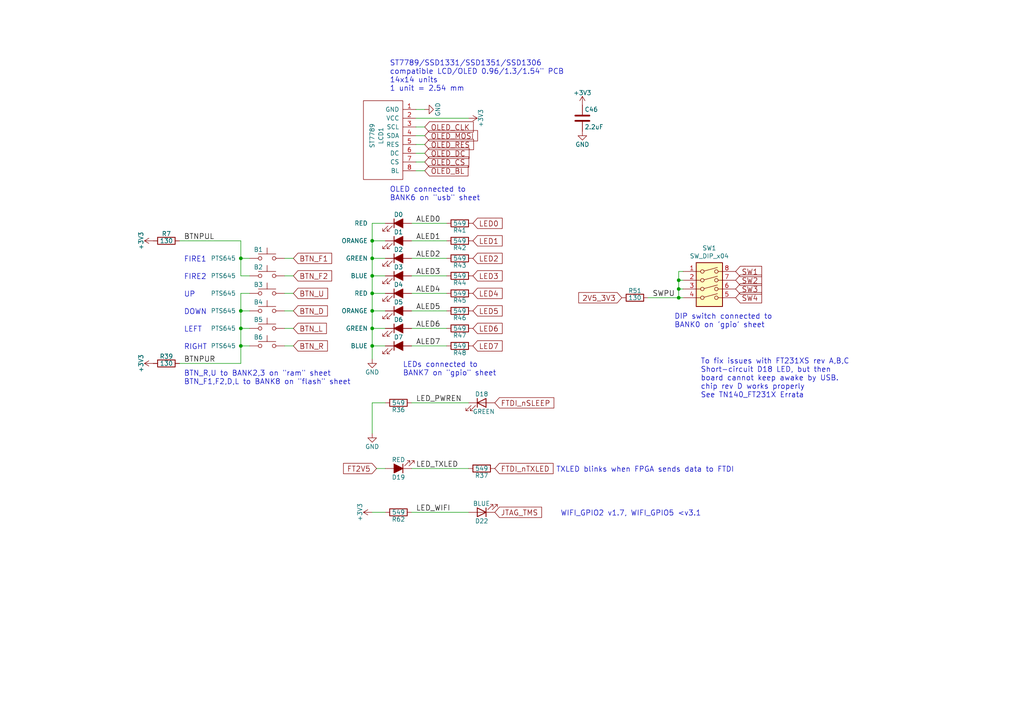
<source format=kicad_sch>
(kicad_sch (version 20211123) (generator eeschema)
  (paper "A4")
  (title_block (title "ULX3S") (rev "1.0.3") (company "EMARD") (comment 1 "Buttons, LEDs, OLED display"))
  (lib_symbols
    (symbol "Device:C" (pin_numbers hide) (pin_names (offset 0.254))
      (property "Reference" "C" (at 0.635 2.54 0))
      (property "Value" "C" (at 0.635 -2.54 0))
      (symbol "C_0_1"
        (polyline (pts (xy -2.032 -0.762) (xy 2.032 -0.762)) (stroke (width 0.508)))
        (polyline (pts (xy -2.032 0.762) (xy 2.032 0.762)) (stroke (width 0.508)))
      )
      (symbol "C_1_1"
        (pin passive line (at 0 3.81 270) (length 2.794) (name "~") (number "1"))
        (pin passive line (at 0 -3.81 90) (length 2.794) (name "~") (number "2"))
      )
    )
    (symbol "Device:LED" (pin_numbers hide) (pin_names (offset 1.016) hide)
      (property "Reference" "D" (at 0 2.54 0))
      (property "Value" "LED" (at 0 -2.54 0))
      (symbol "LED_0_1"
        (polyline (pts (xy -1.27 -1.27) (xy -1.27 1.27)) (stroke (width 0.254)))
        (polyline (pts (xy -1.27 0) (xy 1.27 0)))
        (polyline (pts (xy 1.27 -1.27) (xy 1.27 1.27) (xy -1.27 0) (xy 1.27 -1.27)) (stroke (width 0.254)))
        (polyline (pts (xy -3.048 -0.762) (xy -4.572 -2.286) (xy -3.81 -2.286) (xy -4.572 -2.286) (xy -4.572 -1.524)))
        (polyline (pts (xy -1.778 -0.762) (xy -3.302 -2.286) (xy -2.54 -2.286) (xy -3.302 -2.286) (xy -3.302 -1.524)))
      )
      (symbol "LED_1_1"
        (pin passive line (at -3.81 0 0) (length 2.54) (name "K") (number "1"))
        (pin passive line (at 3.81 0 180) (length 2.54) (name "A") (number "2"))
      )
    )
    (symbol "Device:R" (pin_numbers hide) (pin_names (offset 0))
      (property "Reference" "R" (at 2.032 0 90))
      (property "Value" "R" (at 0 0 90))
      (symbol "R_0_1"
        (rectangle (start -1.016 -2.54) (end 1.016 2.54) (stroke (width 0.254)))
      )
      (symbol "R_1_1"
        (pin passive line (at 0 3.81 270) (length 1.27) (name "~") (number "1"))
        (pin passive line (at 0 -3.81 90) (length 1.27) (name "~") (number "2"))
      )
    )
    (symbol "Switch:SW_DIP_x04" (pin_names (offset 0) hide)
      (property "Reference" "SW" (at 0 8.89 0))
      (property "Value" "SW_DIP_x04" (at 0 -6.35 0))
      (symbol "SW_DIP_x04_0_0"
        (circle (center -2.032 -2.54) (radius 0.508))
        (circle (center -2.032 0) (radius 0.508))
        (circle (center -2.032 2.54) (radius 0.508))
        (circle (center -2.032 5.08) (radius 0.508))
        (polyline (pts (xy -1.524 -2.3876) (xy 2.3622 -1.3462)))
        (polyline (pts (xy -1.524 0.127) (xy 2.3622 1.1684)))
        (polyline (pts (xy -1.524 2.667) (xy 2.3622 3.7084)))
        (polyline (pts (xy -1.524 5.207) (xy 2.3622 6.2484)))
        (circle (center 2.032 -2.54) (radius 0.508))
        (circle (center 2.032 0) (radius 0.508))
        (circle (center 2.032 2.54) (radius 0.508))
        (circle (center 2.032 5.08) (radius 0.508))
      )
      (symbol "SW_DIP_x04_0_1"
        (rectangle (start -3.81 7.62) (end 3.81 -5.08) (stroke (width 0.254)) (fill (type background)))
      )
      (symbol "SW_DIP_x04_1_1"
        (pin passive line (at -7.62 5.08 0) (length 5.08) (name "~") (number "1"))
        (pin passive line (at -7.62 2.54 0) (length 5.08) (name "~") (number "2"))
        (pin passive line (at -7.62 0 0) (length 5.08) (name "~") (number "3"))
        (pin passive line (at -7.62 -2.54 0) (length 5.08) (name "~") (number "4"))
        (pin passive line (at 7.62 -2.54 180) (length 5.08) (name "~") (number "5"))
        (pin passive line (at 7.62 0 180) (length 5.08) (name "~") (number "6"))
        (pin passive line (at 7.62 2.54 180) (length 5.08) (name "~") (number "7"))
        (pin passive line (at 7.62 5.08 180) (length 5.08) (name "~") (number "8"))
      )
    )
    (symbol "Switch:SW_Push" (pin_numbers hide) (pin_names (offset 1.016) hide)
      (property "Reference" "SW" (at 1.27 2.54 0))
      (property "Value" "SW_Push" (at 0 -1.524 0))
      (symbol "SW_Push_0_1"
        (circle (center -2.032 0) (radius 0.508))
        (polyline (pts (xy 0 1.27) (xy 0 3.048)))
        (polyline (pts (xy 2.54 1.27) (xy -2.54 1.27)))
        (circle (center 2.032 0) (radius 0.508))
        (pin passive line (at -5.08 0 0) (length 2.54) (name "1") (number "1"))
        (pin passive line (at 5.08 0 180) (length 2.54) (name "2") (number "2"))
      )
    )
    (symbol "power:+3V3" (power) (pin_names (offset 0))
      (property "Value" "+3V3" (at 0 3.556 0))
      (symbol "+3V3_0_1"
        (polyline (pts (xy -0.762 1.27) (xy 0 2.54)))
        (polyline (pts (xy 0 0) (xy 0 2.54)))
        (polyline (pts (xy 0 2.54) (xy 0.762 1.27)))
      )
      (symbol "+3V3_1_1"
        (pin power_in line (at 0 0 90) (length 0) hide (name "+3V3") (number "1"))
      )
    )
    (symbol "power:GND" (power) (pin_names (offset 0))
      (property "Value" "GND" (at 0 -3.81 0))
      (symbol "GND_0_1"
        (polyline (pts (xy 0 0) (xy 0 -1.27) (xy 1.27 -1.27) (xy 0 -2.54) (xy -1.27 -1.27) (xy 0 -1.27)))
      )
      (symbol "GND_1_1"
        (pin power_in line (at 0 0 270) (length 0) hide (name "GND") (number "1"))
      )
    )
    (symbol "st7789:ST7789" (pin_names (offset 1.016))
      (property "Reference" "LCD" (at 0 -10.16 0))
      (property "Value" "ST7789" (at 0 -12.7 0))
      (symbol "ST7789_0_1"
        (rectangle (start 12.7 -3.81) (end -10.16 -15.24))
      )
      (symbol "ST7789_1_1"
        (pin passive line (at -7.62 0 270) (length 3.81) (name "GND") (number "1"))
        (pin power_in line (at -5.08 0 270) (length 3.81) (name "VCC") (number "2"))
        (pin input line (at -2.54 0 270) (length 3.81) (name "SCL") (number "3"))
        (pin input line (at 0 0 270) (length 3.81) (name "SDA") (number "4"))
        (pin input line (at 2.54 0 270) (length 3.81) (name "RES") (number "5"))
        (pin input line (at 5.08 0 270) (length 3.81) (name "DC") (number "6"))
        (pin input line (at 7.62 0 270) (length 3.81) (name "CS") (number "7"))
        (pin input line (at 10.16 0 270) (length 3.81) (name "BL") (number "8"))
      )
    )
    (symbol "ulx3s-rescue:LED_ALT-Device" (pin_numbers hide) (pin_names (offset 1.016) hide)
      (property "Reference" "D" (at 0 2.54 0))
      (property "Value" "LED_ALT-Device" (at 0 -2.54 0))
      (symbol "LED_ALT-Device_0_1"
        (polyline (pts (xy -1.27 -1.27) (xy -1.27 1.27)) (stroke (width 0.254)))
        (polyline (pts (xy -1.27 0) (xy 1.27 0)))
        (polyline (pts (xy 1.27 -1.27) (xy 1.27 1.27) (xy -1.27 0) (xy 1.27 -1.27)) (stroke (width 0.254)) (fill (type outline)))
        (polyline (pts (xy -3.048 -0.762) (xy -4.572 -2.286) (xy -3.81 -2.286) (xy -4.572 -2.286) (xy -4.572 -1.524)))
        (polyline (pts (xy -1.778 -0.762) (xy -3.302 -2.286) (xy -2.54 -2.286) (xy -3.302 -2.286) (xy -3.302 -1.524)))
      )
      (symbol "LED_ALT-Device_1_1"
        (pin passive line (at -3.81 0 0) (length 2.54) (name "K") (number "1"))
        (pin passive line (at 3.81 0 180) (length 2.54) (name "A") (number "2"))
      )
    )
  )
  (junction (at 107.95 80.01))
  (junction (at 196.85 81.28))
  (junction (at 69.85 74.93))
  (junction (at 107.95 90.17))
  (junction (at 107.95 74.93))
  (junction (at 196.85 86.36))
  (junction (at 69.85 95.25))
  (junction (at 69.85 90.17))
  (junction (at 69.85 100.33))
  (junction (at 107.95 95.25))
  (junction (at 107.95 69.85))
  (junction (at 107.95 85.09))
  (junction (at 196.85 83.82))
  (junction (at 107.95 100.33))
  (wire (pts (xy 82.55 100.33) (xy 85.09 100.33)))
  (wire (pts (xy 82.55 90.17) (xy 85.09 90.17)))
  (wire (pts (xy 69.85 90.17) (xy 69.85 95.25)))
  (wire (pts (xy 111.76 69.85) (xy 107.95 69.85)))
  (wire (pts (xy 69.85 85.09) (xy 69.85 90.17)))
  (wire (pts (xy 198.12 81.28) (xy 196.85 81.28)))
  (wire (pts (xy 107.95 116.84) (xy 107.95 125.73)))
  (wire (pts (xy 69.85 69.85) (xy 69.85 74.93)))
  (wire (pts (xy 120.65 31.75) (xy 123.19 31.75)))
  (wire (pts (xy 111.76 74.93) (xy 107.95 74.93)))
  (wire (pts (xy 52.07 69.85) (xy 69.85 69.85)))
  (wire (pts (xy 120.65 34.29) (xy 135.89 34.29)))
  (wire (pts (xy 111.76 148.59) (xy 107.95 148.59)))
  (wire (pts (xy 119.38 135.89) (xy 135.89 135.89)))
  (wire (pts (xy 82.55 85.09) (xy 85.09 85.09)))
  (wire (pts (xy 111.76 95.25) (xy 107.95 95.25)))
  (wire (pts (xy 119.38 116.84) (xy 135.89 116.84)))
  (wire (pts (xy 69.85 85.09) (xy 72.39 85.09)))
  (wire (pts (xy 107.95 69.85) (xy 107.95 74.93)))
  (wire (pts (xy 120.65 46.99) (xy 123.19 46.99)))
  (wire (pts (xy 119.38 95.25) (xy 129.54 95.25)))
  (wire (pts (xy 120.65 39.37) (xy 123.19 39.37)))
  (wire (pts (xy 111.76 90.17) (xy 107.95 90.17)))
  (wire (pts (xy 107.95 90.17) (xy 107.95 95.25)))
  (wire (pts (xy 196.85 86.36) (xy 198.12 86.36)))
  (wire (pts (xy 119.38 69.85) (xy 129.54 69.85)))
  (wire (pts (xy 69.85 74.93) (xy 69.85 80.01)))
  (wire (pts (xy 196.85 78.74) (xy 196.85 81.28)))
  (wire (pts (xy 69.85 95.25) (xy 72.39 95.25)))
  (wire (pts (xy 72.39 74.93) (xy 69.85 74.93)))
  (wire (pts (xy 119.38 80.01) (xy 129.54 80.01)))
  (wire (pts (xy 69.85 100.33) (xy 72.39 100.33)))
  (wire (pts (xy 107.95 74.93) (xy 107.95 80.01)))
  (wire (pts (xy 111.76 116.84) (xy 107.95 116.84)))
  (wire (pts (xy 107.95 85.09) (xy 107.95 90.17)))
  (wire (pts (xy 119.38 100.33) (xy 129.54 100.33)))
  (wire (pts (xy 69.85 90.17) (xy 72.39 90.17)))
  (wire (pts (xy 107.95 64.77) (xy 107.95 69.85)))
  (wire (pts (xy 198.12 83.82) (xy 196.85 83.82)))
  (wire (pts (xy 111.76 80.01) (xy 107.95 80.01)))
  (wire (pts (xy 119.38 64.77) (xy 129.54 64.77)))
  (wire (pts (xy 120.65 49.53) (xy 123.19 49.53)))
  (wire (pts (xy 107.95 100.33) (xy 107.95 104.14)))
  (wire (pts (xy 69.85 95.25) (xy 69.85 100.33)))
  (wire (pts (xy 196.85 78.74) (xy 198.12 78.74)))
  (wire (pts (xy 120.65 41.91) (xy 123.19 41.91)))
  (wire (pts (xy 107.95 95.25) (xy 107.95 100.33)))
  (wire (pts (xy 111.76 85.09) (xy 107.95 85.09)))
  (wire (pts (xy 196.85 83.82) (xy 196.85 86.36)))
  (wire (pts (xy 82.55 74.93) (xy 85.09 74.93)))
  (wire (pts (xy 69.85 80.01) (xy 72.39 80.01)))
  (wire (pts (xy 82.55 80.01) (xy 85.09 80.01)))
  (wire (pts (xy 187.96 86.36) (xy 196.85 86.36)))
  (wire (pts (xy 69.85 100.33) (xy 69.85 105.41)))
  (wire (pts (xy 109.22 135.89) (xy 111.76 135.89)))
  (wire (pts (xy 119.38 74.93) (xy 129.54 74.93)))
  (wire (pts (xy 111.76 64.77) (xy 107.95 64.77)))
  (wire (pts (xy 69.85 105.41) (xy 52.07 105.41)))
  (wire (pts (xy 120.65 36.83) (xy 123.19 36.83)))
  (wire (pts (xy 107.95 80.01) (xy 107.95 85.09)))
  (wire (pts (xy 82.55 95.25) (xy 85.09 95.25)))
  (wire (pts (xy 119.38 90.17) (xy 129.54 90.17)))
  (wire (pts (xy 119.38 85.09) (xy 129.54 85.09)))
  (wire (pts (xy 120.65 44.45) (xy 123.19 44.45)))
  (wire (pts (xy 196.85 81.28) (xy 196.85 83.82)))
  (wire (pts (xy 107.95 100.33) (xy 111.76 100.33)))
  (wire (pts (xy 119.38 148.59) (xy 135.89 148.59)))
  (text "UP" (at 53.34 86.36 0) (effects (font (size 1.524 1.524)) (justify left bottom)))
  (text "WIFI_GPIO2 v1.7, WIFI_GPIO5 <v3.1" (at 162.56 149.86 0) (effects (font (size 1.524 1.524)) (justify left bottom)))
  (text "TXLED blinks when FPGA sends data to FTDI" (at 161.29 137.16 0) (effects (font (size 1.524 1.524)) (justify left bottom)))
  (text "ST7789/SSD1331/SSD1351/SSD1306\ncompatible LCD/OLED 0.96/1.3/1.54\" PCB \n14x14 units\n1 unit = 2.54 mm" (at 113.03 26.67 0) (effects (font (size 1.524 1.524)) (justify left bottom)))
  (text "LEFT" (at 53.34 96.52 0) (effects (font (size 1.524 1.524)) (justify left bottom)))
  (text "DIP switch connected to\nBANK0 on 'gpio' sheet" (at 195.58 95.25 0) (effects (font (size 1.524 1.524)) (justify left bottom)))
  (text "To fix issues with FT231XS rev A,B,C\nShort-circuit D18 LED, but then\nboard cannot keep awake by USB.\nchip rev D works properly\nSee TN140_FT231X Errata\n" (at 203.2 115.57 0) (effects (font (size 1.524 1.524)) (justify left bottom)))
  (text "FIRE1" (at 53.34 76.2 0) (effects (font (size 1.524 1.524)) (justify left bottom)))
  (text "RIGHT" (at 53.34 101.6 0) (effects (font (size 1.524 1.524)) (justify left bottom)))
  (text "BTN_R,U to BANK2,3 on \"ram\" sheet\nBTN_F1,F2,D,L to BANK8 on \"flash\" sheet" (at 53.34 111.76 0) (effects (font (size 1.524 1.524)) (justify left bottom)))
  (text "FIRE2" (at 53.34 81.28 0) (effects (font (size 1.524 1.524)) (justify left bottom)))
  (text "LEDs connected to\nBANK7 on \"gpio\" sheet" (at 116.84 109.22 0) (effects (font (size 1.524 1.524)) (justify left bottom)))
  (text "OLED connected to\nBANK6 on \"usb\" sheet" (at 113.03 58.42 0) (effects (font (size 1.524 1.524)) (justify left bottom)))
  (text "DOWN" (at 53.34 91.44 0) (effects (font (size 1.524 1.524)) (justify left bottom)))
  (label "BTNPUL" (at 53.34 69.85 0) (effects (font (size 1.524 1.524))))
  (label "LED_WIFI" (at 120.65 148.59 0) (effects (font (size 1.524 1.524))))
  (label "LED_TXLED" (at 120.65 135.89 0) (effects (font (size 1.524 1.524))))
  (label "LED_PWREN" (at 120.65 116.84 0) (effects (font (size 1.524 1.524))))
  (label "SWPU" (at 189.23 86.36 0) (effects (font (size 1.524 1.524))))
  (label "ALED0" (at 120.65 64.77 0) (effects (font (size 1.524 1.524))))
  (label "ALED1" (at 120.65 69.85 0) (effects (font (size 1.524 1.524))))
  (label "ALED6" (at 120.65 95.25 0) (effects (font (size 1.524 1.524))))
  (label "ALED2" (at 120.65 74.93 0) (effects (font (size 1.524 1.524))))
  (label "ALED3" (at 120.65 80.01 0) (effects (font (size 1.524 1.524))))
  (label "BTNPUR" (at 53.34 105.41 0) (effects (font (size 1.524 1.524))))
  (label "ALED4" (at 120.65 85.09 0) (effects (font (size 1.524 1.524))))
  (label "ALED5" (at 120.65 90.17 0) (effects (font (size 1.524 1.524))))
  (label "ALED7" (at 120.65 100.33 0) (effects (font (size 1.524 1.524))))
  (global_label "OLED_CS" (shape input) (at 123.19 46.99 0) (effects (font (size 1.524 1.524))) (property "Intersheet References" "${INTERSHEET_REFS}" (effects hide)))
  (global_label "BTN_F2" (shape input) (at 85.09 80.01 0) (effects (font (size 1.524 1.524))) (property "Intersheet References" "${INTERSHEET_REFS}" (effects hide)))
  (global_label "OLED_BL" (shape input) (at 123.19 49.53 0) (effects (font (size 1.524 1.524))) (property "Intersheet References" "${INTERSHEET_REFS}" (effects hide)))
  (global_label "SW2" (shape input) (at 213.36 81.28 0) (effects (font (size 1.524 1.524))) (property "Intersheet References" "${INTERSHEET_REFS}" (effects hide)))
  (global_label "BTN_F1" (shape input) (at 85.09 74.93 0) (effects (font (size 1.524 1.524))) (property "Intersheet References" "${INTERSHEET_REFS}" (effects hide)))
  (global_label "SW1" (shape input) (at 213.36 78.74 0) (effects (font (size 1.524 1.524))) (property "Intersheet References" "${INTERSHEET_REFS}" (effects hide)))
  (global_label "OLED_MOSI" (shape input) (at 123.19 39.37 0) (effects (font (size 1.524 1.524))) (property "Intersheet References" "${INTERSHEET_REFS}" (effects hide)))
  (global_label "FT2V5" (shape input) (at 109.22 135.89 180) (effects (font (size 1.524 1.524))) (property "Intersheet References" "${INTERSHEET_REFS}" (effects hide)))
  (global_label "BTN_D" (shape input) (at 85.09 90.17 0) (effects (font (size 1.524 1.524))) (property "Intersheet References" "${INTERSHEET_REFS}" (effects hide)))
  (global_label "LED2" (shape input) (at 137.16 74.93 0) (effects (font (size 1.524 1.524))) (property "Intersheet References" "${INTERSHEET_REFS}" (effects hide)))
  (global_label "OLED_CLK" (shape input) (at 123.19 36.83 0) (effects (font (size 1.524 1.524))) (property "Intersheet References" "${INTERSHEET_REFS}" (effects hide)))
  (global_label "BTN_L" (shape input) (at 85.09 95.25 0) (effects (font (size 1.524 1.524))) (property "Intersheet References" "${INTERSHEET_REFS}" (effects hide)))
  (global_label "LED4" (shape input) (at 137.16 85.09 0) (effects (font (size 1.524 1.524))) (property "Intersheet References" "${INTERSHEET_REFS}" (effects hide)))
  (global_label "2V5_3V3" (shape input) (at 180.34 86.36 180) (effects (font (size 1.524 1.524))) (property "Intersheet References" "${INTERSHEET_REFS}" (effects hide)))
  (global_label "SW3" (shape input) (at 213.36 83.82 0) (effects (font (size 1.524 1.524))) (property "Intersheet References" "${INTERSHEET_REFS}" (effects hide)))
  (global_label "LED0" (shape input) (at 137.16 64.77 0) (effects (font (size 1.524 1.524))) (property "Intersheet References" "${INTERSHEET_REFS}" (effects hide)))
  (global_label "JTAG_TMS" (shape input) (at 143.51 148.59 0) (effects (font (size 1.524 1.524))) (property "Intersheet References" "${INTERSHEET_REFS}" (effects hide)))
  (global_label "LED6" (shape input) (at 137.16 95.25 0) (effects (font (size 1.524 1.524))) (property "Intersheet References" "${INTERSHEET_REFS}" (effects hide)))
  (global_label "FTDI_nSLEEP" (shape input) (at 143.51 116.84 0) (effects (font (size 1.524 1.524))) (property "Intersheet References" "${INTERSHEET_REFS}" (effects hide)))
  (global_label "FTDI_nTXLED" (shape input) (at 143.51 135.89 0) (effects (font (size 1.524 1.524))) (property "Intersheet References" "${INTERSHEET_REFS}" (effects hide)))
  (global_label "LED3" (shape input) (at 137.16 80.01 0) (effects (font (size 1.524 1.524))) (property "Intersheet References" "${INTERSHEET_REFS}" (effects hide)))
  (global_label "LED7" (shape input) (at 137.16 100.33 0) (effects (font (size 1.524 1.524))) (property "Intersheet References" "${INTERSHEET_REFS}" (effects hide)))
  (global_label "BTN_R" (shape input) (at 85.09 100.33 0) (effects (font (size 1.524 1.524))) (property "Intersheet References" "${INTERSHEET_REFS}" (effects hide)))
  (global_label "BTN_U" (shape input) (at 85.09 85.09 0) (effects (font (size 1.524 1.524))) (property "Intersheet References" "${INTERSHEET_REFS}" (effects hide)))
  (global_label "LED1" (shape input) (at 137.16 69.85 0) (effects (font (size 1.524 1.524))) (property "Intersheet References" "${INTERSHEET_REFS}" (effects hide)))
  (global_label "LED5" (shape input) (at 137.16 90.17 0) (effects (font (size 1.524 1.524))) (property "Intersheet References" "${INTERSHEET_REFS}" (effects hide)))
  (global_label "SW4" (shape input) (at 213.36 86.36 0) (effects (font (size 1.524 1.524))) (property "Intersheet References" "${INTERSHEET_REFS}" (effects hide)))
  (global_label "OLED_RES" (shape input) (at 123.19 41.91 0) (effects (font (size 1.524 1.524))) (property "Intersheet References" "${INTERSHEET_REFS}" (effects hide)))
  (global_label "OLED_DC" (shape input) (at 123.19 44.45 0) (effects (font (size 1.524 1.524))) (property "Intersheet References" "${INTERSHEET_REFS}" (effects hide)))
  (symbol (lib_id "power:GND") (at 123.19 31.75 90) (unit 1)
    (property "Reference" "#PWR086" (effects hide))
    (property "Value" "GND" (at 127 31.75 0))
  )
  (symbol (lib_id "power:+3V3") (at 135.89 34.29 270) (unit 1)
    (property "Reference" "#PWR087" (effects hide))
    (property "Value" "+3V3" (at 139.446 34.29 0))
  )
  (symbol (lib_id "Switch:SW_Push") (at 77.47 74.93 0) (unit 1)
    (property "Reference" "B1" (at 74.93 72.39 0))
    (property "Value" "PTS645" (at 64.77 74.93 0))
    (property "Footprint" "Button_Switch_SMD:SW_SPST_PTS645" (effects hide))
    (property "Datasheet" "http://www.ckswitches.com/media/1471/pts645.pdf" (effects hide))
    (property "MNF1_URL" "www.ckswitches.com" (effects hide))
    (property "MPN" "PTS645SL50SMTR92 LFS" (effects hide))
  )
  (symbol (lib_id "power:+3V3") (at 44.45 69.85 90) (unit 1)
    (property "Reference" "#PWR081" (effects hide))
    (property "Value" "+3V3" (at 40.894 69.85 0))
  )
  (symbol (lib_id "Device:R") (at 48.26 69.85 90) (unit 1)
    (property "Reference" "R7" (at 48.26 67.818 90))
    (property "Value" "130" (at 48.26 69.85 90))
    (property "Footprint" "Resistor_SMD:R_0603_1608Metric" (effects hide))
  )
  (symbol (lib_id "power:GND") (at 107.95 104.14 0) (unit 1)
    (property "Reference" "#PWR083" (effects hide))
    (property "Value" "GND" (at 107.95 107.95 0))
  )
  (symbol (lib_id "st7789:ST7789") (at 120.65 39.37 270) (unit 1)
    (property "Reference" "LCD1" (at 110.49 39.37 0))
    (property "Value" "ST7789" (at 107.95 39.37 0))
    (property "Footprint" "st7789:st7789" (effects hide))
    (property "Datasheet" "https://drive.google.com/file/d/0B5lkVYnewKTGRlpxcEdWaXNvWnM/view" (effects hide))
    (property "MNF1_URL" "www.displaymodule.com" (effects hide))
    (property "MPN" "DM-OLEDC095-626" (effects hide))
    (property "Mouser_URL" "www.mouser.com" (effects hide))
    (property "Note" "Leave empty" (effects hide))
  )
  (symbol (lib_id "Device:R") (at 115.57 116.84 270) (unit 1)
    (property "Reference" "R36" (at 115.57 118.872 90))
    (property "Value" "549" (at 115.57 116.84 90))
    (property "Footprint" "Resistor_SMD:R_0603_1608Metric" (effects hide))
  )
  (symbol (lib_id "power:GND") (at 107.95 125.73 0) (unit 1)
    (property "Reference" "#PWR084" (effects hide))
    (property "Value" "GND" (at 107.95 129.54 0))
  )
  (symbol (lib_id "ulx3s-rescue:LED_ALT-Device") (at 115.57 135.89 180) (unit 1)
    (property "Reference" "D19" (at 115.57 138.43 0))
    (property "Value" "RED" (at 115.57 133.35 0))
    (property "Footprint" "LED_SMD:LED_0805_2012Metric" (effects hide))
    (property "Datasheet" "https://optoelectronics.liteon.com/upload/download/DS-22-99-0150/LTST-C170KRKT.pdf" (effects hide))
    (property "MNF1_URL" "www.liteon.com" (effects hide))
    (property "MPN" "LTST-C170KRKT" (effects hide))
    (property "Mouser_URL" "www.mouser.com" (effects hide))
  )
  (symbol (lib_id "Device:R") (at 139.7 135.89 270) (unit 1)
    (property "Reference" "R37" (at 139.7 137.922 90))
    (property "Value" "549" (at 139.7 135.89 90))
    (property "Footprint" "Resistor_SMD:R_0603_1608Metric" (effects hide))
  )
  (symbol (lib_id "power:+3V3") (at 44.45 105.41 90) (unit 1)
    (property "Reference" "#PWR082" (effects hide))
    (property "Value" "+3V3" (at 40.894 105.41 0))
  )
  (symbol (lib_id "Device:R") (at 48.26 105.41 90) (unit 1)
    (property "Reference" "R39" (at 48.26 103.378 90))
    (property "Value" "130" (at 48.26 105.41 90))
    (property "Footprint" "Resistor_SMD:R_0603_1608Metric" (effects hide))
  )
  (symbol (lib_id "Device:R") (at 133.35 64.77 270) (unit 1)
    (property "Reference" "R41" (at 133.35 66.802 90))
    (property "Value" "549" (at 133.35 64.77 90))
    (property "Footprint" "Resistor_SMD:R_0603_1608Metric" (effects hide))
  )
  (symbol (lib_id "Device:R") (at 133.35 69.85 270) (unit 1)
    (property "Reference" "R42" (at 133.35 71.882 90))
    (property "Value" "549" (at 133.35 69.85 90))
    (property "Footprint" "Resistor_SMD:R_0603_1608Metric" (effects hide))
  )
  (symbol (lib_id "Device:R") (at 133.35 74.93 270) (unit 1)
    (property "Reference" "R43" (at 133.35 76.962 90))
    (property "Value" "549" (at 133.35 74.93 90))
    (property "Footprint" "Resistor_SMD:R_0603_1608Metric" (effects hide))
  )
  (symbol (lib_id "Device:R") (at 133.35 80.01 270) (unit 1)
    (property "Reference" "R44" (at 133.35 82.042 90))
    (property "Value" "549" (at 133.35 80.01 90))
    (property "Footprint" "Resistor_SMD:R_0603_1608Metric" (effects hide))
  )
  (symbol (lib_id "Device:R") (at 133.35 85.09 270) (unit 1)
    (property "Reference" "R45" (at 133.35 87.122 90))
    (property "Value" "549" (at 133.35 85.09 90))
    (property "Footprint" "Resistor_SMD:R_0603_1608Metric" (effects hide))
  )
  (symbol (lib_id "Device:R") (at 133.35 90.17 270) (unit 1)
    (property "Reference" "R46" (at 133.35 92.202 90))
    (property "Value" "549" (at 133.35 90.17 90))
    (property "Footprint" "Resistor_SMD:R_0603_1608Metric" (effects hide))
  )
  (symbol (lib_id "Device:R") (at 133.35 95.25 270) (unit 1)
    (property "Reference" "R47" (at 133.35 97.282 90))
    (property "Value" "549" (at 133.35 95.25 90))
    (property "Footprint" "Resistor_SMD:R_0603_1608Metric" (effects hide))
  )
  (symbol (lib_id "Device:R") (at 133.35 100.33 270) (unit 1)
    (property "Reference" "R48" (at 133.35 102.362 90))
    (property "Value" "549" (at 133.35 100.33 90))
    (property "Footprint" "Resistor_SMD:R_0603_1608Metric" (effects hide))
  )
  (symbol (lib_id "Device:R") (at 184.15 86.36 90) (unit 1)
    (property "Reference" "R51" (at 184.15 84.328 90))
    (property "Value" "130" (at 184.15 86.36 90))
    (property "Footprint" "Resistor_SMD:R_0603_1608Metric" (effects hide))
  )
  (symbol (lib_id "Device:R") (at 115.57 148.59 270) (unit 1)
    (property "Reference" "R62" (at 115.57 150.622 90))
    (property "Value" "549" (at 115.57 148.59 90))
    (property "Footprint" "Resistor_SMD:R_0603_1608Metric" (effects hide))
  )
  (symbol (lib_id "ulx3s-rescue:LED_ALT-Device") (at 115.57 100.33 0) (unit 1)
    (property "Reference" "D7" (at 115.57 97.79 0))
    (property "Value" "BLUE" (at 106.68 100.33 0) (effects (justify right)))
    (property "Footprint" "LED_SMD:LED_0805_2012Metric" (effects hide))
    (property "Datasheet" "http://www.mouser.com/ds/2/239/Lite-On-LTST-C170TBKT-1175372.pdf" (effects hide))
    (property "LowCost" "LTST-C170KRKT" (effects hide))
  )
  (symbol (lib_id "ulx3s-rescue:LED_ALT-Device") (at 115.57 95.25 0) (unit 1)
    (property "Reference" "D6" (at 115.57 92.71 0))
    (property "Value" "GREEN" (at 106.68 95.25 0) (effects (justify right)))
    (property "Footprint" "LED_SMD:LED_0805_2012Metric" (effects hide))
    (property "Datasheet" "http://optoelectronics.liteon.com/upload/download/DS22-2000-073/LTST-C170KGKT.pdf" (effects hide))
    (property "LowCost" "LTST-C170KRKT" (effects hide))
  )
  (symbol (lib_id "ulx3s-rescue:LED_ALT-Device") (at 115.57 85.09 0) (unit 1)
    (property "Reference" "D4" (at 115.57 82.55 0))
    (property "Value" "RED" (at 106.68 85.09 0) (effects (justify right)))
    (property "Footprint" "LED_SMD:LED_0805_2012Metric" (effects hide))
    (property "Datasheet" "https://optoelectronics.liteon.com/upload/download/DS-22-99-0150/LTST-C170KRKT.pdf" (effects hide))
  )
  (symbol (lib_id "ulx3s-rescue:LED_ALT-Device") (at 115.57 90.17 0) (unit 1)
    (property "Reference" "D5" (at 115.57 87.63 0))
    (property "Value" "ORANGE" (at 106.68 90.17 0) (effects (justify right)))
    (property "Footprint" "LED_SMD:LED_0805_2012Metric" (effects hide))
    (property "Datasheet" "https://optoelectronics.liteon.com/upload/download/DS-22-99-0185/LTST-C170KFKT.pdf" (effects hide))
    (property "LowCost" "LTST-C170KRKT" (effects hide))
  )
  (symbol (lib_id "ulx3s-rescue:LED_ALT-Device") (at 115.57 80.01 0) (unit 1)
    (property "Reference" "D3" (at 115.57 77.47 0))
    (property "Value" "BLUE" (at 106.68 80.01 0) (effects (justify right)))
    (property "Footprint" "LED_SMD:LED_0805_2012Metric" (effects hide))
    (property "Datasheet" "http://optoelectronics.liteon.com/upload/download/DS-22-99-0226/LTST-C170TBKT.pdf" (effects hide))
    (property "MNF1_URL" "www.liteon.com" (effects hide))
    (property "MPN" "LTST-C170TBKT" (effects hide))
    (property "Datasheet2" "http://optoelectronics.liteon.com/upload/download/ds22-2000-233/ltst-c171tbkt(0630).pdf" (effects hide))
    (property "MP_N2" "LTST-C171TBKT" (effects hide))
    (property "Datasheet3" "https://www.rohm.com/datasheet/SML-M13UT" (effects hide))
    (property "MP_N3" "SMLMN2BCTT86C" (effects hide))
    (property "Mouser" "859-LTST-C170TBKT" (effects hide))
    (property "Mouse_r1" "593-LSM0805463V" (effects hide))
    (property "Mouse_r2" "755-SMLMN2BCTT86C" (effects hide))
    (property "Mouse_r3" "859-LTST-C171TBKT" (effects hide))
    (property "Digikey" "160-1579-1-ND" (effects hide))
    (property "Newark" "94T2911" (effects hide))
    (property "Newar_k2" "19J8850" (effects hide))
    (property "LCSC" "C375453" (effects hide))
    (property "price300_LCSC" "0.02930$" (effects hide))
    (property "LowCost" "LTST-C170KRKT" (effects hide))
    (property "Koncar" "FV004" (effects hide))
    (property "Side" "T" (effects hide))
  )
  (symbol (lib_id "ulx3s-rescue:LED_ALT-Device") (at 115.57 74.93 0) (unit 1)
    (property "Reference" "D2" (at 115.57 72.39 0))
    (property "Value" "GREEN" (at 106.68 74.93 0) (effects (justify right)))
    (property "Footprint" "LED_SMD:LED_0805_2012Metric" (effects hide))
    (property "Datasheet" "http://optoelectronics.liteon.com/upload/download/DS22-2000-073/LTST-C170KGKT.pdf" (effects hide))
    (property "MNF1_URL" "www.liteon.com" (effects hide))
    (property "MPN" "LTST-C170TGKT" (effects hide))
    (property "Mouser" "859-LTST-C170TGKT" (effects hide))
    (property "Digikey" "160-1887-1-ND" (effects hide))
    (property "Newark" "75R0588" (effects hide))
    (property "LCSC" "C364562" (effects hide))
    (property "TME" "LTST-C170TGKT" (effects hide))
    (property "price300_TME" "0.0789$" (effects hide))
    (property "LowCost" "LTST-C170KRKT" (effects hide))
    (property "Koncar" "FV005" (effects hide))
    (property "Side" "T" (effects hide))
  )
  (symbol (lib_id "ulx3s-rescue:LED_ALT-Device") (at 115.57 64.77 0) (unit 1)
    (property "Reference" "D0" (at 115.57 62.23 0))
    (property "Value" "RED" (at 106.68 64.77 0) (effects (justify right)))
    (property "Footprint" "LED_SMD:LED_0805_2012Metric" (effects hide))
    (property "Datasheet" "https://optoelectronics.liteon.com/upload/download/DS-22-99-0150/LTST-C170KRKT.pdf" (effects hide))
    (property "MNF1_URL" "www.liteon.com" (effects hide))
    (property "MPN" "LTST-C170KRKT" (effects hide))
    (property "Mouser" "859-LTST-C170KRKT" (effects hide))
    (property "Mouse_r1" "859-LTST-C171KRKT" (effects hide))
    (property "Mouse_r2" "743-IN-S85ATR" (effects hide))
    (property "Mouse_r3" "645-598-8110-107F" (effects hide))
    (property "Digikey" "160-1415-1-ND" (effects hide))
    (property "Newark" "75R0581" (effects hide))
    (property "Newar_k2" "61AC0090" (effects hide))
    (property "LCSC" "C94868" (effects hide))
    (property "price400_LCSC" "0.0195$" (effects hide))
    (property "Koncar" "FV007" (effects hide))
    (property "Side" "TB" (effects hide))
  )
  (symbol (lib_id "ulx3s-rescue:LED_ALT-Device") (at 115.57 69.85 0) (unit 1)
    (property "Reference" "D1" (at 115.57 67.31 0))
    (property "Value" "ORANGE" (at 106.68 69.85 0) (effects (justify right)))
    (property "Footprint" "LED_SMD:LED_0805_2012Metric" (effects hide))
    (property "Datasheet" "https://optoelectronics.liteon.com/upload/download/DS-22-99-0185/LTST-C170KFKT.pdf" (effects hide))
    (property "MNF1_URL" "www.liteon.com" (effects hide))
    (property "MPN" "LTST-C170KFKT" (effects hide))
    (property "Mouser" "859-LTST-C170KFKT" (effects hide))
    (property "Mouse_r1" "859-LTST-C171KFKT" (effects hide))
    (property "Mouse_r3" "645-598-8130-107F" (effects hide))
    (property "Digikey" "160-1413-1-ND" (effects hide))
    (property "Newark" "75R0583" (effects hide))
    (property "Newar_k2" "61AC0088" (effects hide))
    (property "LCSC" "C284931" (effects hide))
    (property "price200_LCSC" "0.02075$" (effects hide))
    (property "LowCost" "LTST-C170KRKT" (effects hide))
    (property "Koncar" "FV006" (effects hide))
    (property "Side" "T" (effects hide))
  )
  (symbol (lib_id "Switch:SW_Push") (at 77.47 80.01 0) (unit 1)
    (property "Reference" "B2" (at 74.93 77.47 0))
    (property "Value" "PTS645" (at 64.77 80.01 0))
    (property "Footprint" "Button_Switch_SMD:SW_SPST_PTS645" (effects hide))
    (property "Datasheet" "http://www.ckswitches.com/media/1471/pts645.pdf" (effects hide))
    (property "MNF1_URL" "www.ckswitches.com" (effects hide))
    (property "MPN" "PTS645SL50SMTR92 LFS" (effects hide))
  )
  (symbol (lib_id "Switch:SW_Push") (at 77.47 85.09 0) (unit 1)
    (property "Reference" "B3" (at 74.93 82.55 0))
    (property "Value" "PTS645" (at 64.77 85.09 0))
    (property "Footprint" "Button_Switch_SMD:SW_SPST_PTS645" (effects hide))
    (property "Datasheet" "http://www.ckswitches.com/media/1471/pts645.pdf" (effects hide))
    (property "MNF1_URL" "www.ckswitches.com" (effects hide))
    (property "MPN" "PTS645SL50SMTR92 LFS" (effects hide))
  )
  (symbol (lib_id "Switch:SW_Push") (at 77.47 90.17 0) (unit 1)
    (property "Reference" "B4" (at 74.93 87.63 0))
    (property "Value" "PTS645" (at 64.77 90.17 0))
    (property "Footprint" "Button_Switch_SMD:SW_SPST_PTS645" (effects hide))
    (property "Datasheet" "http://www.ckswitches.com/media/1471/pts645.pdf" (effects hide))
    (property "MNF1_URL" "www.ckswitches.com" (effects hide))
    (property "MPN" "PTS645SL50SMTR92 LFS" (effects hide))
  )
  (symbol (lib_id "Switch:SW_Push") (at 77.47 95.25 0) (unit 1)
    (property "Reference" "B5" (at 74.93 92.71 0))
    (property "Value" "PTS645" (at 64.77 95.25 0))
    (property "Footprint" "Button_Switch_SMD:SW_SPST_PTS645" (effects hide))
    (property "Datasheet" "http://www.ckswitches.com/media/1471/pts645.pdf" (effects hide))
    (property "MNF1_URL" "www.ckswitches.com" (effects hide))
    (property "MPN" "PTS645SL50SMTR92 LFS" (effects hide))
  )
  (symbol (lib_id "Switch:SW_Push") (at 77.47 100.33 0) (unit 1)
    (property "Reference" "B6" (at 74.93 97.79 0))
    (property "Value" "PTS645" (at 64.77 100.33 0))
    (property "Footprint" "Button_Switch_SMD:SW_SPST_PTS645" (effects hide))
    (property "Datasheet" "http://www.ckswitches.com/media/1471/pts645.pdf" (effects hide))
    (property "MNF1_URL" "www.ckswitches.com" (effects hide))
    (property "MPN" "PTS645SL50SMTR92 LFS" (effects hide))
  )
  (symbol (lib_id "Device:C") (at 168.91 34.29 0) (unit 1)
    (property "Reference" "C46" (at 169.545 31.75 0) (effects (justify left)))
    (property "Value" "2.2uF" (at 169.545 36.83 0) (effects (justify left)))
    (property "Footprint" "Capacitor_SMD:C_0805_2012Metric" (effects hide))
    (property "MNF1_URL" "www.yageo.com" (effects hide))
    (property "MPN" "CC0805MRX5R6BB225" (effects hide))
  )
  (symbol (lib_id "power:+3V3") (at 168.91 30.48 0) (unit 1)
    (property "Reference" "#PWR088" (effects hide))
    (property "Value" "+3V3" (at 168.91 26.924 0))
  )
  (symbol (lib_id "power:GND") (at 168.91 38.1 0) (unit 1)
    (property "Reference" "#PWR089" (effects hide))
    (property "Value" "GND" (at 168.91 41.91 0))
  )
  (symbol (lib_id "Switch:SW_DIP_x04") (at 205.74 83.82 0) (unit 1)
    (property "Reference" "SW1" (at 205.74 71.9582 0))
    (property "Value" "SW_DIP_x04" (at 205.74 74.2696 0))
    (property "Footprint" "dipswitch:SW_DIP_x4_W8.61mm_Slide_LowProfile" (effects hide))
    (property "Datasheet" "https://www.ctscorp.com/wp-content/uploads/219.pdf" (effects hide))
    (property "MNF1_URL" "www.jameco.com" (effects hide))
    (property "MPN" "219-4MST" (effects hide))
    (property "MNF2_URL" "https://datasheet.lcsc.com/szlcsc/1912111437_XKB-Enterprise-DSHP04TS-S_C319050.pdf" (effects hide))
    (property "MPN2" "DSHP04TS-S" (effects hide))
    (property "Mouser" "774-2194MST" (effects hide))
    (property "Mouse_r2" "774-219-4MSTF" (effects hide))
    (property "Mouse_r1" "774-219-4LPS" (effects hide))
    (property "Digikey" "CT2194MST-ND" (effects hide))
    (property "Newark" "29P1768" (effects hide))
    (property "LCSC" "C319050" (effects hide))
    (property "Koncar" "FSW002" (effects hide))
    (property "Side" "T" (effects hide))
  )
  (symbol (lib_id "Device:LED") (at 139.7 148.59 180) (unit 1)
    (property "Reference" "D22" (at 139.7 151.13 0))
    (property "Value" "BLUE" (at 137.16 146.05 0) (effects (justify right)))
    (property "Footprint" "LED_SMD:LED_0805_2012Metric" (effects hide))
    (property "Datasheet" "http://optoelectronics.liteon.com/upload/download/DS-22-99-0226/LTST-C170TBKT.pdf" (effects hide))
    (property "MNF1_URL" "www.liteon.com" (effects hide))
    (property "MPN" "LTST-C170TBKT" (effects hide))
    (property "Datasheet2" "http://optoelectronics.liteon.com/upload/download/ds22-2000-233/ltst-c171tbkt(0630).pdf" (effects hide))
    (property "MP_N2" "LTST-C171TBKT" (effects hide))
    (property "Datasheet3" "https://www.rohm.com/datasheet/SML-M13UT" (effects hide))
    (property "MP_N3" "SMLMN2BCTT86C" (effects hide))
    (property "Mouser" "859-LTST-C170TBKT" (effects hide))
    (property "Mouse_r1" "593-LSM0805463V" (effects hide))
    (property "Mouse_r2" "755-SMLMN2BCTT86C" (effects hide))
    (property "Mouse_r3" "859-LTST-C171TBKT" (effects hide))
    (property "Digikey" "160-1579-1-ND" (effects hide))
    (property "Newark" "94T2911" (effects hide))
    (property "LCSC" "C375453" (effects hide))
    (property "Koncar" "FV004" (effects hide))
    (property "Side" "T" (effects hide))
  )
  (symbol (lib_id "Device:LED") (at 139.7 116.84 0) (unit 1)
    (property "Reference" "D18" (at 139.7 114.3 0))
    (property "Value" "GREEN" (at 143.51 119.38 0) (effects (justify right)))
    (property "Footprint" "LED_SMD:LED_0805_2012Metric" (effects hide))
    (property "Datasheet" "http://optoelectronics.liteon.com/upload/download/DS22-2000-073/LTST-C170KGKT.pdf" (effects hide))
    (property "MNF1_URL" "www.liteon.com" (effects hide))
    (property "MPN" "LTST-C170TGKT " (effects hide))
    (property "Mouser" "859-LTST-C170TGKT" (effects hide))
    (property "Digikey" "160-1887-1-ND" (effects hide))
    (property "Newark" "75R0588" (effects hide))
    (property "LCSC" "C364562" (effects hide))
    (property "Koncar" "FV005" (effects hide))
    (property "Side" "T" (effects hide))
  )
  (symbol (lib_id "power:+3V3") (at 107.95 148.59 90) (unit 1)
    (property "Reference" "#PWR0122" (effects hide))
    (property "Value" "+3V3" (at 104.394 148.59 0))
  )
)
</source>
